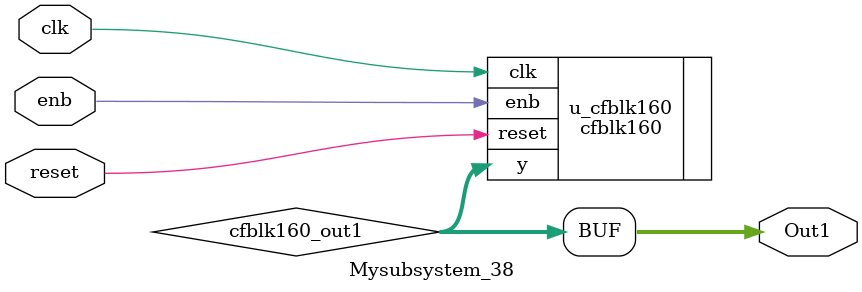
<source format=v>



`timescale 1 ns / 1 ns

module Mysubsystem_38
          (clk,
           reset,
           enb,
           Out1);


  input   clk;
  input   reset;
  input   enb;
  output  [15:0] Out1;  // uint16


  wire [15:0] cfblk160_out1;  // uint16


  cfblk160 u_cfblk160 (.clk(clk),
                       .reset(reset),
                       .enb(enb),
                       .y(cfblk160_out1)  // uint16
                       );

  assign Out1 = cfblk160_out1;

endmodule  // Mysubsystem_38


</source>
